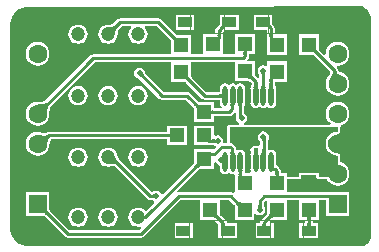
<source format=gtl>
G04*
G04 #@! TF.GenerationSoftware,Altium Limited,Altium Designer,22.0.2 (36)*
G04*
G04 Layer_Physical_Order=1*
G04 Layer_Color=255*
%FSTAX25Y25*%
%MOIN*%
G70*
G04*
G04 #@! TF.SameCoordinates,371D3646-10FE-40E0-BBDF-05722AEB6D60*
G04*
G04*
G04 #@! TF.FilePolarity,Positive*
G04*
G01*
G75*
%ADD10C,0.01000*%
%ADD24C,0.00197*%
%ADD25C,0.00004*%
%ADD26R,0.04724X0.03347*%
%ADD27R,0.05000X0.05118*%
%ADD28R,0.05118X0.05000*%
%ADD29O,0.01772X0.06496*%
%ADD30R,0.05000X0.07736*%
%ADD39R,0.06299X0.06299*%
%ADD40C,0.06299*%
%ADD41C,0.04724*%
%ADD42C,0.02000*%
%ADD43C,0.01700*%
G36*
X0425232Y0375029D02*
X0426065Y0374852D01*
X0426848Y0374516D01*
X0427549Y0374033D01*
X0428143Y0373424D01*
X0428607Y0372709D01*
X0428906Y0371961D01*
X0429Y03715D01*
X0429Y03715D01*
X0429Y03715D01*
X0429Y02985D01*
X0428915Y029807D01*
X042858Y0297259D01*
X0428094Y0296529D01*
X0427474Y0295908D01*
X0426745Y0295421D01*
X0425935Y0295085D01*
X0425074Y0294914D01*
X0424231Y0294914D01*
X0423767Y0295D01*
X0423767Y0295D01*
X0314906Y02955D01*
X0314324Y02955D01*
X0313183Y0295727D01*
X0312108Y0296172D01*
X0311141Y0296818D01*
X0310318Y0297641D01*
X0309672Y0298608D01*
X0309227Y0299683D01*
X0309Y0300824D01*
X0309Y0301405D01*
X0309Y0368335D01*
Y0368916D01*
X0309227Y0370057D01*
X0309672Y0371132D01*
X0310318Y0372099D01*
X0311141Y0372922D01*
X0312108Y0373568D01*
X0313183Y0374013D01*
X0314324Y037424D01*
X0314905Y037424D01*
X0314906Y037424D01*
X0423962Y0374962D01*
X0424381Y037504D01*
X0425232Y0375029D01*
D02*
G37*
%LPC*%
G36*
X0370182Y0371973D02*
X0363857D01*
Y0367027D01*
X0370182D01*
Y0371973D01*
D02*
G37*
G36*
X03315Y0368689D02*
X0330675Y0368581D01*
X0329905Y0368262D01*
X0329245Y0367755D01*
X0328738Y0367095D01*
X0328419Y0366325D01*
X032831Y03655D01*
X0328419Y0364674D01*
X0328738Y0363905D01*
X0329245Y0363245D01*
X0329905Y0362738D01*
X0330675Y0362419D01*
X03315Y0362311D01*
X0332326Y0362419D01*
X0333095Y0362738D01*
X0333755Y0363245D01*
X0334262Y0363905D01*
X0334581Y0364674D01*
X0334689Y03655D01*
X0334581Y0366325D01*
X0334262Y0367095D01*
X0333755Y0367755D01*
X0333095Y0368262D01*
X0332326Y0368581D01*
X03315Y0368689D01*
D02*
G37*
G36*
X0385143Y0371973D02*
X0378818D01*
Y0368954D01*
X037879Y0368913D01*
X0378561Y0368644D01*
X0377588Y0367671D01*
X03773Y0367241D01*
X03772Y0366734D01*
Y0365567D01*
X0373225D01*
X0373225Y0358849D01*
X0372735Y0358825D01*
X0369221D01*
Y0365221D01*
X0364487D01*
X0364455Y0365243D01*
X0364183Y0365475D01*
X0359221Y0370437D01*
X0358791Y0370725D01*
X0358283Y0370826D01*
X03455D01*
X0344993Y0370725D01*
X0344563Y0370437D01*
X0343127Y0369001D01*
X0343059Y0368954D01*
X0342956Y0368899D01*
X0342829Y0368846D01*
X0342676Y0368797D01*
X0342498Y0368754D01*
X0342304Y0368722D01*
X0341799Y0368681D01*
X0341584Y0368678D01*
X03415Y0368689D01*
X0340674Y0368581D01*
X0339905Y0368262D01*
X0339245Y0367755D01*
X0338738Y0367095D01*
X0338419Y0366325D01*
X0338311Y03655D01*
X0338419Y0364674D01*
X0338738Y0363905D01*
X0339245Y0363245D01*
X0339905Y0362738D01*
X0340674Y0362419D01*
X03415Y0362311D01*
X0342325Y0362419D01*
X0343095Y0362738D01*
X0343755Y0363245D01*
X0344262Y0363905D01*
X0344581Y0364674D01*
X0344689Y03655D01*
X034468Y0365573D01*
X0344696Y0366073D01*
X034472Y0366294D01*
X0344754Y0366498D01*
X0344797Y0366676D01*
X0344846Y0366829D01*
X0344899Y0366956D01*
X0344954Y0367059D01*
X0345001Y0367127D01*
X0346049Y0368175D01*
X0349047D01*
X0349183Y0367674D01*
X0348738Y0367095D01*
X0348419Y0366325D01*
X034831Y03655D01*
X0348419Y0364674D01*
X0348738Y0363905D01*
X0349245Y0363245D01*
X0349905Y0362738D01*
X0350675Y0362419D01*
X03515Y0362311D01*
X0352326Y0362419D01*
X0353095Y0362738D01*
X0353755Y0363245D01*
X0354262Y0363905D01*
X0354581Y0364674D01*
X035469Y03655D01*
X0354581Y0366325D01*
X0354262Y0367095D01*
X0353817Y0367674D01*
X0353953Y0368175D01*
X0357734D01*
X0362321Y0363588D01*
X0362474Y0363423D01*
X036258Y0363291D01*
X0362621Y0363232D01*
Y0358825D01*
X03365D01*
X0335993Y0358725D01*
X0335563Y0358437D01*
X032053Y0343404D01*
X0320525Y03434D01*
X0320412Y0343328D01*
X0320259Y0343253D01*
X0320063Y0343182D01*
X0319825Y0343117D01*
X0319546Y0343061D01*
X0319235Y0343018D01*
X0318463Y0342968D01*
X0318136Y0342966D01*
X0318Y0342984D01*
X0316969Y0342848D01*
X0316008Y034245D01*
X0315183Y0341817D01*
X031455Y0340992D01*
X0314152Y0340031D01*
X0314016Y0339D01*
X0314152Y0337969D01*
X031455Y0337008D01*
X0315183Y0336183D01*
X0316008Y033555D01*
X0316969Y0335152D01*
X0318Y0335016D01*
X0319031Y0335152D01*
X0319992Y033555D01*
X0320817Y0336183D01*
X032145Y0337008D01*
X0321848Y0337969D01*
X0321984Y0339D01*
X0321966Y0339136D01*
X0321968Y0339463D01*
X0322018Y0340235D01*
X0322061Y0340546D01*
X0322117Y0340825D01*
X0322182Y0341063D01*
X0322253Y0341259D01*
X0322328Y0341412D01*
X03224Y0341525D01*
X0322404Y034153D01*
X0337049Y0356174D01*
X0362621D01*
Y0349503D01*
X0366976D01*
X0366995Y03495D01*
X0367014Y0349503D01*
X0367291D01*
X0367339Y034947D01*
X0367607Y0349243D01*
X0372787Y0344063D01*
X0373217Y0343775D01*
X0373724Y0343674D01*
X0378722D01*
Y0342638D01*
X0378853Y034198D01*
X0379226Y0341422D01*
X0379371Y0341325D01*
X0379219Y0340826D01*
X0376859D01*
Y03428D01*
X0372386D01*
X0372367Y0342804D01*
X0372349Y03428D01*
X0372071D01*
X0372023Y0342834D01*
X0371755Y0343061D01*
X0368878Y0345937D01*
X0368448Y0346225D01*
X0367941Y0346325D01*
X0360049D01*
X0353846Y0352529D01*
X0353839Y0352537D01*
X0353824Y0352558D01*
X0353696Y0353202D01*
X0353298Y0353798D01*
X0352702Y0354196D01*
X0352Y0354335D01*
X0351298Y0354196D01*
X0350702Y0353798D01*
X0350304Y0353202D01*
X0350165Y03525D01*
X0350304Y0351798D01*
X0350702Y0351202D01*
X0351298Y0350804D01*
X0351941Y0350676D01*
X0351955Y0350667D01*
X035198Y0350645D01*
X0358563Y0344063D01*
X0358993Y0343775D01*
X03595Y0343674D01*
X0367392D01*
X0369839Y0341228D01*
X0369995Y0341059D01*
X0370101Y0340927D01*
X0370141Y0340869D01*
Y0340592D01*
X0370137Y0340574D01*
X0370141Y0340555D01*
Y03362D01*
X0376859D01*
Y0338175D01*
X0381914D01*
X0382421Y0338275D01*
X0382852Y0338563D01*
X0383734Y0339445D01*
X0383964Y0339408D01*
X0384233Y0339265D01*
Y0338212D01*
X0384247Y0338145D01*
X0384248Y0337917D01*
X0384165Y03375D01*
X0384304Y0336798D01*
X0384702Y0336202D01*
X0385281Y0335816D01*
X0385291Y033577D01*
X0385198Y0335316D01*
X0382D01*
X0381688Y0335254D01*
X0381423Y0335077D01*
X0381246Y0334812D01*
X0381184Y03345D01*
X0381184Y0329326D01*
X0380095D01*
X0379778Y0329712D01*
X0379835Y033D01*
X0379696Y0330702D01*
X0379298Y0331298D01*
X0378702Y0331696D01*
X0378Y0331835D01*
X0377359Y0331708D01*
X0377166Y0331766D01*
X0376859Y033193D01*
Y033505D01*
X0370141D01*
Y032845D01*
X0376034D01*
X0376053Y0328446D01*
X037607Y032845D01*
X0376859D01*
X0376859Y032845D01*
X0377265Y0328315D01*
X0377334Y0328208D01*
X037745Y0327824D01*
X0377218Y0327593D01*
X0376859Y03273D01*
Y03273D01*
X0376859Y03273D01*
X0370141D01*
Y0322945D01*
X0370137Y0322926D01*
X0370141Y0322908D01*
Y0322631D01*
X0370107Y0322582D01*
X0369881Y0322314D01*
X0359683Y0312117D01*
X0359142Y0312283D01*
X0358798Y0312798D01*
X0358202Y0313196D01*
X03575Y0313335D01*
X0356798Y0313196D01*
X0356252Y0312831D01*
X0356236Y0312828D01*
X0356202Y0312825D01*
X0356049D01*
X034531Y0323564D01*
X0345277Y0323609D01*
X0345112Y0323896D01*
X0345038Y032405D01*
X0344639Y0325108D01*
X0344588Y0325273D01*
X0344581Y0325325D01*
X0344542Y0325418D01*
X0344539Y0325428D01*
X0344539Y0325428D01*
X0344539Y0325429D01*
X0344535Y0325437D01*
X0344262Y0326095D01*
X0343755Y0326755D01*
X0343095Y0327262D01*
X0342325Y0327581D01*
X03415Y032769D01*
X0340674Y0327581D01*
X0339905Y0327262D01*
X0339245Y0326755D01*
X0338738Y0326095D01*
X0338419Y0325325D01*
X0338311Y03245D01*
X0338419Y0323675D01*
X0338738Y0322905D01*
X0339245Y0322245D01*
X0339905Y0321738D01*
X0340674Y0321419D01*
X03415Y032131D01*
X0342325Y0321419D01*
X0342445Y0321469D01*
X0342456Y032147D01*
X0342695Y0321539D01*
X0342887Y032158D01*
X0343056Y0321601D01*
X0343202Y0321606D01*
X0343326Y0321597D01*
X034343Y0321577D01*
X0343517Y0321548D01*
X0343594Y0321511D01*
X0343656Y032147D01*
X0354563Y0310563D01*
X0354993Y0310275D01*
X03555Y0310174D01*
X0356215D01*
X0356226Y0310173D01*
X0356252Y0310169D01*
X0356717Y0309858D01*
X0356883Y0309316D01*
X0354269Y0306703D01*
X035377Y0306736D01*
X0353755Y0306755D01*
X0353095Y0307262D01*
X0352326Y0307581D01*
X03515Y0307689D01*
X0350675Y0307581D01*
X0349905Y0307262D01*
X0349245Y0306755D01*
X0348738Y0306095D01*
X0348419Y0305326D01*
X034831Y03045D01*
X0348419Y0303675D01*
X0348738Y0302905D01*
X0349245Y0302245D01*
X0349905Y0301738D01*
X0350675Y0301419D01*
X03515Y030131D01*
X0352326Y0301419D01*
X0352346Y0301428D01*
X0352629Y0301004D01*
X0351951Y0300325D01*
X0328549D01*
X0322252Y0306623D01*
X0322095Y0306791D01*
X0321989Y0306923D01*
X032195Y0306981D01*
Y0307258D01*
X0321953Y0307277D01*
X032195Y0307295D01*
Y031295D01*
X031405D01*
Y030505D01*
X0319705D01*
X0319723Y0305047D01*
X0319742Y030505D01*
X0320019D01*
X0320067Y0305017D01*
X0320336Y030479D01*
X0327063Y0298063D01*
X0327493Y0297775D01*
X0328Y0297674D01*
X03525D01*
X0353007Y0297775D01*
X0353437Y0298063D01*
X0365549Y0310174D01*
X0372221D01*
Y0303492D01*
X0376894D01*
X0376935Y0303464D01*
X0377204Y0303235D01*
X0378318Y0302121D01*
Y030168D01*
X0378314Y0301661D01*
X0378318Y0301643D01*
Y0297527D01*
X0384643D01*
Y0302473D01*
X0381144D01*
Y0302495D01*
X0381043Y0303002D01*
X0380756Y0303432D01*
X0379119Y0305069D01*
X0378964Y0305236D01*
X0378856Y030537D01*
X0378821Y0305419D01*
Y0310174D01*
X0381951D01*
X03834Y0308726D01*
X0383553Y0308561D01*
X0383659Y0308429D01*
X03837Y030837D01*
Y0303641D01*
X03903D01*
Y0305416D01*
X0390449Y0305522D01*
X03908Y0305637D01*
X0391298Y0305304D01*
X0392Y0305165D01*
X0392702Y0305304D01*
X0393298Y0305702D01*
X0393696Y0306298D01*
X0393835Y0307D01*
X0393696Y0307702D01*
X0393331Y0308248D01*
X0393328Y0308264D01*
X0393325Y0308298D01*
Y0309451D01*
X0393891Y0310016D01*
X0394391Y0309809D01*
Y0305913D01*
X0394388Y0305901D01*
X0394391Y0305882D01*
Y0305574D01*
X0394351Y0305516D01*
X0394127Y0305252D01*
X0392563Y0303687D01*
X0392275Y0303257D01*
X0392175Y030275D01*
Y0302473D01*
X0390338D01*
Y0297527D01*
X0396662D01*
Y0302473D01*
X0395751D01*
X039556Y0302935D01*
X0395906Y0303282D01*
X0396078Y0303442D01*
X0396212Y0303549D01*
X0396259Y0303582D01*
X0396512D01*
X0396524Y0303579D01*
X0396543Y0303582D01*
X0400991D01*
Y0310174D01*
X0405079D01*
Y0303683D01*
X0407135D01*
Y0302473D01*
X0405298D01*
Y0297527D01*
X0411623D01*
Y0302473D01*
X0409786D01*
Y0303683D01*
X0411679D01*
Y0310174D01*
X041405D01*
Y030505D01*
X042195D01*
Y031295D01*
X0414876D01*
X0414856Y0312953D01*
X0414848Y0312952D01*
X041484Y0312953D01*
X0414825Y031295D01*
X041405D01*
Y0312825D01*
X0400991D01*
Y0317184D01*
X0405079D01*
X0405391Y0317246D01*
X0405656Y0317423D01*
X0405832Y0317688D01*
X0405895Y0318D01*
Y0318585D01*
X0410863D01*
Y0318D01*
X0410925Y0317688D01*
X0411102Y0317423D01*
X0411367Y0317246D01*
X0411679Y0317184D01*
X0414477D01*
X041455Y0317008D01*
X0415183Y0316183D01*
X0416008Y031555D01*
X0416969Y0315152D01*
X0418Y0315016D01*
X0419031Y0315152D01*
X0419992Y031555D01*
X0420817Y0316183D01*
X042145Y0317008D01*
X0421848Y0317969D01*
X0421984Y0319D01*
X0421848Y0320031D01*
X042145Y0320992D01*
X0420817Y0321817D01*
X0419992Y032245D01*
X0419031Y0322848D01*
X0418816Y0322876D01*
Y0325016D01*
X0418795Y0325121D01*
X0418788Y0325227D01*
X0418764Y0325276D01*
X0418754Y0325328D01*
X0418694Y0325417D01*
X0418647Y0325513D01*
X0418607Y0325548D01*
X0418577Y0325593D01*
X0418488Y0325652D01*
X0418408Y0325723D01*
X0418357Y032574D01*
X0418312Y032577D01*
X0418208Y0325791D01*
X0418107Y0325825D01*
X0417182Y0325947D01*
X041642Y0326262D01*
X0415765Y0326765D01*
X0415263Y0327419D01*
X0414947Y0328182D01*
X0414839Y0329D01*
X0414947Y0329818D01*
X0415263Y033058D01*
X0415765Y0331235D01*
X041642Y0331737D01*
X0417182Y0332053D01*
X0418107Y0332175D01*
X0418208Y0332209D01*
X0418312Y033223D01*
X0418336Y0332246D01*
X0418365Y0332254D01*
X0418384Y0332269D01*
X0418408Y0332277D01*
X0418488Y0332348D01*
X0418577Y0332407D01*
X0418593Y0332431D01*
X0418616Y0332449D01*
X0418629Y0332471D01*
X0418647Y0332487D01*
X0418694Y0332583D01*
X0418754Y0332671D01*
X0418759Y03327D01*
X0418774Y0332726D01*
X0418777Y033275D01*
X0418788Y0332773D01*
X0418795Y0332879D01*
X0418816Y0332984D01*
Y03345D01*
X0418792Y0334616D01*
X0418991Y0335061D01*
X0419107Y0335183D01*
X0419992Y033555D01*
X0420817Y0336183D01*
X042145Y0337008D01*
X0421848Y0337969D01*
X0421984Y0339D01*
X0421848Y0340031D01*
X042145Y0340992D01*
X0420817Y0341817D01*
X0419992Y034245D01*
X0419031Y0342848D01*
X0418Y0342984D01*
X0416969Y0342848D01*
X0416008Y034245D01*
X0415183Y0341817D01*
X041455Y0340992D01*
X0414152Y0340031D01*
X0414016Y0339D01*
X0414152Y0337969D01*
X041455Y0337008D01*
X0415183Y0336183D01*
X0415662Y0335816D01*
X0415492Y0335316D01*
X04105Y0335316D01*
X04065D01*
X0386802Y0335316D01*
X0386709Y033577D01*
X0386719Y0335816D01*
X0387298Y0336202D01*
X0387696Y0336798D01*
X0387835Y03375D01*
X0387696Y0338202D01*
X0387298Y0338798D01*
X0386884Y0339074D01*
Y0341145D01*
X0386899Y0341326D01*
X0386914Y0341426D01*
X0386934Y0341524D01*
X0386957Y034161D01*
X0386982Y0341684D01*
X0387008Y0341747D01*
X0387034Y03418D01*
X0387079Y0341873D01*
X0387083Y0341884D01*
X0387147Y034198D01*
X0387181Y0342154D01*
X0387188Y0342172D01*
X0387188Y0342184D01*
X0387278Y0342638D01*
Y0347362D01*
X0387147Y034802D01*
X0386774Y0348578D01*
X0386217Y034895D01*
X0385559Y0349081D01*
X0384901Y034895D01*
X0384671Y0348796D01*
X0384279Y0348608D01*
X0383888Y0348796D01*
X0383658Y034895D01*
X0383Y0349081D01*
X0382342Y034895D01*
X0382112Y0348796D01*
X038172Y0348608D01*
X0381329Y0348796D01*
X0381099Y034895D01*
X0380441Y0349081D01*
X0379783Y034895D01*
X0379226Y0348578D01*
X0378853Y034802D01*
X0378722Y0347362D01*
Y0346325D01*
X0374273D01*
X0369524Y0351075D01*
X0369367Y0351244D01*
X0369261Y0351376D01*
X0369221Y0351434D01*
Y0351711D01*
X0369225Y0351729D01*
X0369221Y0351748D01*
Y0356174D01*
X038385D01*
Y0349849D01*
X0388298D01*
X0388317Y0349846D01*
X0388329Y0349849D01*
X0388581D01*
X038862Y0349822D01*
X0388892Y0349591D01*
X0389352Y0349132D01*
Y0348855D01*
X0389337Y0348674D01*
X0389322Y0348574D01*
X0389302Y0348476D01*
X0389279Y034839D01*
X0389254Y0348316D01*
X0389228Y0348253D01*
X0389202Y03482D01*
X0389157Y0348127D01*
X0389153Y0348116D01*
X0389089Y034802D01*
X0389055Y0347847D01*
X0389048Y0347829D01*
X0389049Y0347816D01*
X0388958Y0347362D01*
Y0342638D01*
X0389089Y034198D01*
X0389462Y0341422D01*
X0390019Y034105D01*
X0390677Y0340919D01*
X0391335Y034105D01*
X0391893Y0341422D01*
X0392021D01*
X0392578Y034105D01*
X0393236Y0340919D01*
X0393894Y034105D01*
X0394452Y0341422D01*
X039458D01*
X0395137Y034105D01*
X0395795Y0340919D01*
X0396453Y034105D01*
X0397011Y0341422D01*
X0397383Y034198D01*
X0397514Y0342638D01*
Y0347362D01*
X0397424Y0347816D01*
X0397424Y0347829D01*
X0397418Y0347847D01*
X0397383Y034802D01*
X0397319Y0348116D01*
X0397315Y0348127D01*
X0397271Y03482D01*
X0397244Y0348253D01*
X0397218Y0348316D01*
X0397193Y034839D01*
X039717Y0348476D01*
X039715Y0348574D01*
X0397135Y0348674D01*
X0397121Y0348855D01*
Y03497D01*
X0401054D01*
Y0356418D01*
X0394454D01*
Y0355158D01*
X0394013Y0354923D01*
X0393899Y0354999D01*
X0393197Y0355138D01*
X0392495Y0354999D01*
X0391899Y0354601D01*
X0391501Y0354005D01*
X0391362Y0353303D01*
X0391501Y0352601D01*
X0391888Y0352022D01*
X0391891Y035199D01*
Y0351048D01*
X0391391Y0350841D01*
X0390755Y0351477D01*
X0390601Y0351644D01*
X0390497Y0351774D01*
X039045Y0351841D01*
Y0352149D01*
X0390453Y0352168D01*
X039045Y035218D01*
Y0356567D01*
X0388159D01*
X0387967Y0357029D01*
X0388087Y0357149D01*
X0388375Y0357578D01*
X0388475Y0358086D01*
Y0358849D01*
X039045D01*
Y0365567D01*
X038385D01*
Y0358849D01*
X038336Y0358825D01*
X0380315D01*
X0379825Y0358849D01*
X0379825Y0359326D01*
Y036408D01*
X0379851Y0364208D01*
Y0366184D01*
X0380395Y0366729D01*
X0380562Y0366884D01*
X0380696Y0366992D01*
X0380745Y0367027D01*
X0385143D01*
Y0371973D01*
D02*
G37*
G36*
X0396182D02*
X0389857D01*
Y0367027D01*
X039428D01*
X0394428Y036689D01*
Y0364059D01*
X0394454Y0363931D01*
Y03587D01*
X0401054D01*
Y0365418D01*
X0397079D01*
Y0367455D01*
X0396978Y0367962D01*
X0396691Y0368392D01*
X0396182Y0368901D01*
Y0371973D01*
D02*
G37*
G36*
X0411679Y0365418D02*
X0405079D01*
Y03587D01*
X0409434D01*
X0409453Y0358696D01*
X0409471Y03587D01*
X0409748D01*
X0409797Y0358666D01*
X0410065Y0358439D01*
X041562Y0352884D01*
X0415607Y0352815D01*
X0415559Y0352629D01*
X0415496Y0352446D01*
X0415419Y0352263D01*
X0415326Y0352081D01*
X0415217Y0351899D01*
X0415092Y0351716D01*
X0414935Y0351515D01*
X0414903Y0351451D01*
X041455Y0350992D01*
X0414152Y0350031D01*
X0414016Y0349D01*
X0414152Y0347969D01*
X041455Y0347008D01*
X0415183Y0346183D01*
X0416008Y034555D01*
X0416969Y0345152D01*
X0418Y0345016D01*
X0419031Y0345152D01*
X0419992Y034555D01*
X0420817Y0346183D01*
X042145Y0347008D01*
X0421848Y0347969D01*
X0421984Y0349D01*
X0421848Y0350031D01*
X042145Y0350992D01*
X0420817Y0351817D01*
X0419992Y035245D01*
X0419031Y0352848D01*
X0418873Y0352869D01*
X0418716Y0352911D01*
X0418591Y0352959D01*
X0418499Y0353006D01*
X0418434Y0353051D01*
X0418392Y035309D01*
X0418364Y0353127D01*
X0418342Y0353167D01*
X0418324Y035322D01*
X0418312Y0353281D01*
Y0353393D01*
X0418211Y03539D01*
X0417923Y035433D01*
X0417671Y0354582D01*
X0417892Y035503D01*
X0418Y0355016D01*
X0419031Y0355152D01*
X0419992Y035555D01*
X0420817Y0356183D01*
X042145Y0357008D01*
X0421848Y0357969D01*
X0421984Y0359D01*
X0421848Y0360031D01*
X042145Y0360992D01*
X0420817Y0361817D01*
X0419992Y036245D01*
X0419031Y0362848D01*
X0418Y0362984D01*
X0416969Y0362848D01*
X0416008Y036245D01*
X0415183Y0361817D01*
X041455Y0360992D01*
X0414152Y0360031D01*
X0414016Y0359D01*
X0414031Y0358892D01*
X0413582Y0358671D01*
X0411981Y0360272D01*
X0411824Y0360441D01*
X0411719Y0360573D01*
X0411679Y036063D01*
Y0360908D01*
X0411683Y0360926D01*
X0411679Y0360945D01*
Y0365418D01*
D02*
G37*
G36*
X0318Y0362984D02*
X0316969Y0362848D01*
X0316008Y036245D01*
X0315183Y0361817D01*
X031455Y0360992D01*
X0314152Y0360031D01*
X0314016Y0359D01*
X0314152Y0357969D01*
X031455Y0357008D01*
X0315183Y0356183D01*
X0316008Y035555D01*
X0316969Y0355152D01*
X0318Y0355016D01*
X0319031Y0355152D01*
X0319992Y035555D01*
X0320817Y0356183D01*
X032145Y0357008D01*
X0321848Y0357969D01*
X0321984Y0359D01*
X0321848Y0360031D01*
X032145Y0360992D01*
X0320817Y0361817D01*
X0319992Y036245D01*
X0319031Y0362848D01*
X0318Y0362984D01*
D02*
G37*
G36*
X03515Y0348189D02*
X0350675Y0348081D01*
X0349905Y0347762D01*
X0349245Y0347255D01*
X0348738Y0346595D01*
X0348419Y0345826D01*
X034831Y0345D01*
X0348419Y0344175D01*
X0348738Y0343405D01*
X0349245Y0342745D01*
X0349905Y0342238D01*
X0350675Y0341919D01*
X03515Y034181D01*
X0352326Y0341919D01*
X0353095Y0342238D01*
X0353755Y0342745D01*
X0354262Y0343405D01*
X0354581Y0344175D01*
X035469Y0345D01*
X0354581Y0345826D01*
X0354262Y0346595D01*
X0353755Y0347255D01*
X0353095Y0347762D01*
X0352326Y0348081D01*
X03515Y0348189D01*
D02*
G37*
G36*
X03415D02*
X0340674Y0348081D01*
X0339905Y0347762D01*
X0339245Y0347255D01*
X0338738Y0346595D01*
X0338419Y0345826D01*
X0338311Y0345D01*
X0338419Y0344175D01*
X0338738Y0343405D01*
X0339245Y0342745D01*
X0339905Y0342238D01*
X0340674Y0341919D01*
X03415Y034181D01*
X0342325Y0341919D01*
X0343095Y0342238D01*
X0343755Y0342745D01*
X0344262Y0343405D01*
X0344581Y0344175D01*
X0344689Y0345D01*
X0344581Y0345826D01*
X0344262Y0346595D01*
X0343755Y0347255D01*
X0343095Y0347762D01*
X0342325Y0348081D01*
X03415Y0348189D01*
D02*
G37*
G36*
X03315D02*
X0330675Y0348081D01*
X0329905Y0347762D01*
X0329245Y0347255D01*
X0328738Y0346595D01*
X0328419Y0345826D01*
X032831Y0345D01*
X0328419Y0344175D01*
X0328738Y0343405D01*
X0329245Y0342745D01*
X0329905Y0342238D01*
X0330675Y0341919D01*
X03315Y034181D01*
X0332326Y0341919D01*
X0333095Y0342238D01*
X0333755Y0342745D01*
X0334262Y0343405D01*
X0334581Y0344175D01*
X0334689Y0345D01*
X0334581Y0345826D01*
X0334262Y0346595D01*
X0333755Y0347255D01*
X0333095Y0347762D01*
X0332326Y0348081D01*
X03315Y0348189D01*
D02*
G37*
G36*
X0367859Y033505D02*
X0361141D01*
Y0333075D01*
X0321826D01*
X0321318Y0332975D01*
X0320888Y0332687D01*
X0320806Y0332605D01*
X0320724Y0332551D01*
X0320637Y033251D01*
X0320542Y0332481D01*
X0320432Y0332464D01*
X0320301Y0332461D01*
X0320146Y0332475D01*
X0319967Y033251D01*
X0319763Y033257D01*
X0319511Y0332666D01*
X0319462Y0332674D01*
X0319418Y0332695D01*
X0319398Y0332696D01*
X0319031Y0332848D01*
X0318Y0332984D01*
X0316969Y0332848D01*
X0316008Y033245D01*
X0315183Y0331817D01*
X031455Y0330992D01*
X0314152Y0330031D01*
X0314016Y0329D01*
X0314152Y0327969D01*
X031455Y0327008D01*
X0315183Y0326183D01*
X0316008Y032555D01*
X0316969Y0325152D01*
X0318Y0325016D01*
X0319031Y0325152D01*
X0319992Y032555D01*
X0320817Y0326183D01*
X032145Y0327008D01*
X0321848Y0327969D01*
X0321918Y0328498D01*
X0321929Y0328521D01*
X0321931Y0328575D01*
X0321948Y0328626D01*
X0321985Y0328957D01*
X0322032Y0329248D01*
X0322091Y0329517D01*
X032216Y0329765D01*
X0322239Y032999D01*
X0322327Y0330194D01*
X0322423Y0330378D01*
X0322452Y0330424D01*
X0361141D01*
Y032845D01*
X0367859D01*
Y033505D01*
D02*
G37*
G36*
X03515Y032769D02*
X0350675Y0327581D01*
X0349905Y0327262D01*
X0349245Y0326755D01*
X0348738Y0326095D01*
X0348419Y0325325D01*
X034831Y03245D01*
X0348419Y0323675D01*
X0348738Y0322905D01*
X0349245Y0322245D01*
X0349905Y0321738D01*
X0350675Y0321419D01*
X03515Y032131D01*
X0352326Y0321419D01*
X0353095Y0321738D01*
X0353755Y0322245D01*
X0354262Y0322905D01*
X0354581Y0323675D01*
X035469Y03245D01*
X0354581Y0325325D01*
X0354262Y0326095D01*
X0353755Y0326755D01*
X0353095Y0327262D01*
X0352326Y0327581D01*
X03515Y032769D01*
D02*
G37*
G36*
X03315D02*
X0330675Y0327581D01*
X0329905Y0327262D01*
X0329245Y0326755D01*
X0328738Y0326095D01*
X0328419Y0325325D01*
X032831Y03245D01*
X0328419Y0323675D01*
X0328738Y0322905D01*
X0329245Y0322245D01*
X0329905Y0321738D01*
X0330675Y0321419D01*
X03315Y032131D01*
X0332326Y0321419D01*
X0333095Y0321738D01*
X0333755Y0322245D01*
X0334262Y0322905D01*
X0334581Y0323675D01*
X0334689Y03245D01*
X0334581Y0325325D01*
X0334262Y0326095D01*
X0333755Y0326755D01*
X0333095Y0327262D01*
X0332326Y0327581D01*
X03315Y032769D01*
D02*
G37*
G36*
X03415Y0307689D02*
X0340674Y0307581D01*
X0339905Y0307262D01*
X0339245Y0306755D01*
X0338738Y0306095D01*
X0338419Y0305326D01*
X0338311Y03045D01*
X0338419Y0303675D01*
X0338738Y0302905D01*
X0339245Y0302245D01*
X0339905Y0301738D01*
X0340674Y0301419D01*
X03415Y030131D01*
X0342325Y0301419D01*
X0343095Y0301738D01*
X0343755Y0302245D01*
X0344262Y0302905D01*
X0344581Y0303675D01*
X0344689Y03045D01*
X0344581Y0305326D01*
X0344262Y0306095D01*
X0343755Y0306755D01*
X0343095Y0307262D01*
X0342325Y0307581D01*
X03415Y0307689D01*
D02*
G37*
G36*
X03315D02*
X0330675Y0307581D01*
X0329905Y0307262D01*
X0329245Y0306755D01*
X0328738Y0306095D01*
X0328419Y0305326D01*
X032831Y03045D01*
X0328419Y0303675D01*
X0328738Y0302905D01*
X0329245Y0302245D01*
X0329905Y0301738D01*
X0330675Y0301419D01*
X03315Y030131D01*
X0332326Y0301419D01*
X0333095Y0301738D01*
X0333755Y0302245D01*
X0334262Y0302905D01*
X0334581Y0303675D01*
X0334689Y03045D01*
X0334581Y0305326D01*
X0334262Y0306095D01*
X0333755Y0306755D01*
X0333095Y0307262D01*
X0332326Y0307581D01*
X03315Y0307689D01*
D02*
G37*
G36*
X0369682Y0302473D02*
X0363357D01*
Y0297527D01*
X0369682D01*
Y0302473D01*
D02*
G37*
%LPD*%
G36*
X0381044Y0367851D02*
X0380968Y0367906D01*
X0380877Y0367933D01*
X0380771Y0367932D01*
X0380651Y0367902D01*
X0380517Y0367845D01*
X0380368Y0367759D01*
X0380205Y0367644D01*
X0380028Y0367502D01*
X037963Y0367132D01*
X0378923Y0367839D01*
X0379122Y0368045D01*
X0379436Y0368414D01*
X037955Y0368577D01*
X0379636Y0368726D01*
X0379694Y036886D01*
X0379724Y036898D01*
X0379725Y0369085D01*
X0379698Y0369176D01*
X0379642Y0369253D01*
X0381044Y0367851D01*
D02*
G37*
G36*
X0344488Y0367781D02*
X0344366Y0367643D01*
X0344258Y0367485D01*
X0344162Y0367308D01*
X034408Y0367112D01*
X0344011Y0366896D01*
X0343954Y036666D01*
X0343912Y0366405D01*
X0343882Y0366131D01*
X0343862Y0365524D01*
X0341524Y0367862D01*
X0341837Y0367865D01*
X0342405Y0367912D01*
X034266Y0367954D01*
X0342896Y0368011D01*
X0343112Y036808D01*
X0343308Y0368162D01*
X0343485Y0368258D01*
X0343643Y0368366D01*
X0343781Y0368488D01*
X0344488Y0367781D01*
D02*
G37*
G36*
X0379013Y0364755D02*
X0377525Y0364743D01*
X037762Y0364754D01*
X0377705Y0364785D01*
X037778Y0364836D01*
X0377845Y0364907D01*
X03779Y0364998D01*
X0377945Y0365109D01*
X037798Y036524D01*
X0378005Y0365392D01*
X037802Y0365563D01*
X0378025Y0365755D01*
X0379025D01*
X0379013Y0364755D01*
D02*
G37*
G36*
X0363583Y0364915D02*
X0363955Y0364598D01*
X0364119Y0364482D01*
X0364268Y0364396D01*
X0364402Y0364338D01*
X0364521Y036431D01*
X0364625Y036431D01*
X0364714Y0364339D01*
X0364788Y0364397D01*
X0363445Y0362936D01*
X0363498Y0363015D01*
X0363523Y0363108D01*
X036352Y0363215D01*
X036349Y0363336D01*
X0363432Y0363471D01*
X0363346Y0363619D01*
X0363233Y0363781D01*
X0363091Y0363957D01*
X0362726Y036435D01*
X0363374Y0365116D01*
X0363583Y0364915D01*
D02*
G37*
G36*
X0377851Y0362827D02*
X0377777Y0362749D01*
X0377654Y03626D01*
X0377605Y0362529D01*
X0377566Y036246D01*
X0377534Y0362393D01*
X0377512Y0362329D01*
X0377498Y0362266D01*
X0377492Y0362205D01*
X0377495Y0362147D01*
X0376394Y0363011D01*
X0376447Y0363021D01*
X0376502Y0363037D01*
X037656Y0363061D01*
X0376621Y0363093D01*
X0376685Y0363131D01*
X0376751Y0363177D01*
X0376892Y0363291D01*
X0376967Y0363359D01*
X0377045Y0363435D01*
X0377851Y0362827D01*
D02*
G37*
G36*
X0388055Y0359663D02*
X038797Y0359632D01*
X0387895Y0359582D01*
X038783Y0359511D01*
X0387775Y035942D01*
X038773Y0359308D01*
X0387695Y0359177D01*
X038767Y0359025D01*
X0387655Y0358853D01*
X038765Y0358661D01*
X038665D01*
X0386645Y0358853D01*
X038663Y0359025D01*
X0386605Y0359177D01*
X038657Y0359308D01*
X0386525Y035942D01*
X038647Y0359511D01*
X0386405Y0359582D01*
X038633Y0359632D01*
X0386245Y0359663D01*
X038615Y0359673D01*
X038815D01*
X0388055Y0359663D01*
D02*
G37*
G36*
X0393874Y035256D02*
X0393841Y0352509D01*
X0393812Y0352452D01*
X0393787Y0352387D01*
X0393765Y0352315D01*
X0393748Y0352236D01*
X0393734Y035215D01*
X0393724Y0352057D01*
X0393717Y0351849D01*
X0392717Y0351826D01*
X0392715Y0351934D01*
X0392698Y0352127D01*
X0392684Y0352213D01*
X0392665Y0352291D01*
X0392643Y0352362D01*
X0392616Y0352427D01*
X0392585Y0352483D01*
X039255Y0352533D01*
X0392511Y0352575D01*
X0393911Y0352603D01*
X0393874Y035256D01*
D02*
G37*
G36*
X0397703Y0351996D02*
X0397645Y0351996D01*
X0397585Y0351987D01*
X0397522Y0351971D01*
X0397458Y0351946D01*
X0397391Y0351913D01*
X0397322Y0351871D01*
X0397251Y0351822D01*
X0397178Y0351764D01*
X0397025Y0351623D01*
X0396369Y0352381D01*
X0396444Y0352458D01*
X0396571Y0352606D01*
X0396623Y0352676D01*
X0396667Y0352744D01*
X0396704Y0352809D01*
X0396734Y0352871D01*
X0396756Y0352932D01*
X039677Y0352989D01*
X0396776Y0353045D01*
X0397703Y0351996D01*
D02*
G37*
G36*
X0366921Y0352753D02*
X036693Y0352693D01*
X0366948Y035263D01*
X0366973Y0352566D01*
X0367007Y0352499D01*
X0367049Y035243D01*
X0367099Y0352359D01*
X0367157Y0352286D01*
X0367298Y0352133D01*
X0366557Y0351461D01*
X0366479Y0351535D01*
X0366331Y0351662D01*
X0366261Y0351714D01*
X0366193Y0351758D01*
X0366128Y0351794D01*
X0366065Y0351823D01*
X0366004Y0351844D01*
X0365945Y0351857D01*
X0365889Y0351863D01*
X036692Y0352811D01*
X0366921Y0352753D01*
D02*
G37*
G36*
X0353003Y0352433D02*
X0353015Y0352374D01*
X0353034Y0352312D01*
X0353061Y0352248D01*
X0353096Y0352182D01*
X0353139Y0352113D01*
X035319Y0352043D01*
X0353249Y035197D01*
X035339Y0351817D01*
X0352683Y035111D01*
X0352606Y0351185D01*
X0352457Y035131D01*
X0352387Y0351361D01*
X0352318Y0351404D01*
X0352252Y0351439D01*
X0352188Y0351466D01*
X0352127Y0351485D01*
X0352067Y0351497D01*
X035201Y03515D01*
X0353Y035249D01*
X0353003Y0352433D01*
D02*
G37*
G36*
X0389584Y0352054D02*
X0389558Y035196D01*
X0389559Y0351852D01*
X0389588Y0351731D01*
X0389645Y0351596D01*
X038973Y0351448D01*
X0389842Y0351286D01*
X0389982Y0351111D01*
X0390345Y035072D01*
X0389697Y0349954D01*
X0389489Y0350154D01*
X0389118Y0350469D01*
X0388955Y0350583D01*
X0388806Y0350668D01*
X0388672Y0350724D01*
X0388552Y0350752D01*
X0388448Y035075D01*
X0388358Y035072D01*
X0388283Y0350661D01*
X0389638Y0352134D01*
X0389584Y0352054D01*
D02*
G37*
G36*
X0368353Y0351652D02*
X0368324Y035156D01*
Y0351454D01*
X0368353Y0351333D01*
X0368409Y0351199D01*
X0368494Y0351051D01*
X0368607Y0350888D01*
X0368749Y0350711D01*
X0369116Y0350315D01*
X0368409Y0349608D01*
X0368204Y0349806D01*
X0367836Y0350117D01*
X0367674Y035023D01*
X0367525Y0350315D01*
X0367391Y0350372D01*
X0367271Y03504D01*
X0367165D01*
X0367073Y0350372D01*
X0366995Y0350315D01*
X0368409Y0351729D01*
X0368353Y0351652D01*
D02*
G37*
G36*
X03967Y0350513D02*
X0396615Y0350482D01*
X039654Y0350431D01*
X0396475Y035036D01*
X039642Y0350269D01*
X0396375Y0350158D01*
X039634Y0350026D01*
X0396315Y0349875D01*
X03963Y0349704D01*
X0396295Y0349512D01*
X0395295D01*
X0395266Y0350512D01*
X0396795Y0350524D01*
X03967Y0350513D01*
D02*
G37*
G36*
X0396298Y0348905D02*
X0396324Y0348581D01*
X0396347Y0348431D01*
X0396376Y0348289D01*
X0396411Y0348155D01*
X0396453Y034803D01*
X0396502Y0347913D01*
X0396557Y0347804D01*
X0396618Y0347703D01*
X0394972D01*
X0395034Y0347804D01*
X0395088Y0347913D01*
X0395137Y034803D01*
X0395179Y0348155D01*
X0395214Y0348289D01*
X0395244Y0348431D01*
X0395266Y0348581D01*
X0395292Y0348905D01*
X0395295Y0349079D01*
X0396295D01*
X0396298Y0348905D01*
D02*
G37*
G36*
X039372Y0348921D02*
X0393747Y0348599D01*
X0393771Y0348449D01*
X0393802Y0348307D01*
X039384Y0348172D01*
X0393884Y0348044D01*
X0393936Y0347923D01*
X0393994Y0347809D01*
X0394059Y0347703D01*
X0392413D01*
X0392471Y0347798D01*
X0392522Y0347903D01*
X0392568Y0348017D01*
X0392607Y0348139D01*
X0392641Y0348271D01*
X0392668Y0348412D01*
X0392704Y0348721D01*
X0392713Y0348889D01*
X0392717Y0349066D01*
X0393717Y0349092D01*
X039372Y0348921D01*
D02*
G37*
G36*
X039118Y0348905D02*
X0391206Y0348581D01*
X0391229Y0348431D01*
X0391258Y0348289D01*
X0391294Y0348155D01*
X0391336Y034803D01*
X0391384Y0347913D01*
X0391439Y0347804D01*
X03915Y0347703D01*
X0389854D01*
X0389915Y0347804D01*
X038997Y0347913D01*
X0390019Y034803D01*
X0390061Y0348155D01*
X0390096Y0348289D01*
X0390125Y0348431D01*
X0390148Y0348581D01*
X0390174Y0348905D01*
X0390177Y0349079D01*
X0391177D01*
X039118Y0348905D01*
D02*
G37*
G36*
X0379562Y0344D02*
X0379552Y0344095D01*
X0379522Y034418D01*
X0379471Y0344255D01*
X03794Y034432D01*
X0379309Y0344375D01*
X0379198Y034442D01*
X0379066Y0344455D01*
X0378914Y034448D01*
X0378742Y0344495D01*
X037855Y03445D01*
Y03455D01*
X0378742Y0345505D01*
X0378914Y034552D01*
X0379066Y0345545D01*
X0379198Y034558D01*
X0379309Y0345625D01*
X03794Y034568D01*
X0379471Y0345745D01*
X0379522Y034582D01*
X0379552Y0345905D01*
X0379562Y0346D01*
Y0344D01*
D02*
G37*
G36*
X0386321Y0342196D02*
X0386266Y0342087D01*
X0386217Y034197D01*
X0386175Y0341845D01*
X038614Y0341711D01*
X0386111Y0341569D01*
X0386088Y034142D01*
X0386062Y0341095D01*
X0386059Y0340921D01*
X0385059D01*
X0385056Y0341095D01*
X038503Y034142D01*
X0385007Y0341569D01*
X0384978Y0341711D01*
X0384943Y0341845D01*
X0384901Y034197D01*
X0384852Y0342087D01*
X0384797Y0342196D01*
X0384736Y0342297D01*
X0386382D01*
X0386321Y0342196D01*
D02*
G37*
G36*
X0383734Y0342155D02*
X0383654Y0342012D01*
X0383583Y0341868D01*
X0383522Y0341723D01*
X038347Y0341576D01*
X0383428Y0341428D01*
X0383395Y0341278D01*
X0383371Y0341128D01*
X0383357Y0340976D01*
X0383352Y0340822D01*
X0382352Y0341034D01*
X0382351Y0341227D01*
X0382309Y034185D01*
X0382289Y0341969D01*
X0382266Y0342073D01*
X038224Y0342162D01*
X038221Y0342237D01*
X0382177Y0342297D01*
X0383823D01*
X0383734Y0342155D01*
D02*
G37*
G36*
X0371158Y0342497D02*
X0371526Y0342186D01*
X0371688Y0342073D01*
X0371837Y0341988D01*
X0371971Y0341931D01*
X0372091Y0341903D01*
X0372197D01*
X0372289Y0341931D01*
X0372367Y0341988D01*
X0370953Y0340574D01*
X0371009Y0340652D01*
X0371038Y0340743D01*
Y034085D01*
X0371009Y034097D01*
X0370953Y0341104D01*
X0370868Y0341253D01*
X0370755Y0341415D01*
X0370614Y0341592D01*
X0370246Y0341988D01*
X0370953Y0342695D01*
X0371158Y0342497D01*
D02*
G37*
G36*
X0321889Y0342182D02*
X0321744Y0342013D01*
X0321615Y0341811D01*
X0321502Y0341578D01*
X0321404Y0341311D01*
X0321322Y0341013D01*
X0321256Y0340681D01*
X0321206Y0340318D01*
X0321152Y0339493D01*
X0321149Y0339032D01*
X0318032Y0342149D01*
X0318493Y0342153D01*
X0319318Y0342206D01*
X0319681Y0342256D01*
X0320012Y0342322D01*
X0320311Y0342404D01*
X0320578Y0342502D01*
X0320811Y0342615D01*
X0321013Y0342744D01*
X0321182Y0342889D01*
X0321889Y0342182D01*
D02*
G37*
G36*
X0376045Y0340405D02*
X0376076Y034032D01*
X0376126Y0340245D01*
X0376197Y034018D01*
X0376288Y0340125D01*
X0376399Y034008D01*
X0376531Y0340045D01*
X0376683Y034002D01*
X0376855Y0340005D01*
X0377047Y034D01*
Y0339D01*
X0376855Y0338995D01*
X0376683Y033898D01*
X0376531Y0338955D01*
X0376399Y033892D01*
X0376288Y0338875D01*
X0376197Y033882D01*
X0376126Y0338755D01*
X0376076Y033868D01*
X0376045Y0338595D01*
X0376035Y03385D01*
Y03405D01*
X0376045Y0340405D01*
D02*
G37*
G36*
X0386062Y033899D02*
X0386069Y0338892D01*
X0386082Y0338803D01*
X03861Y0338723D01*
X0386123Y0338654D01*
X0386151Y0338594D01*
X0386184Y0338543D01*
X0386222Y0338502D01*
X0386265Y0338471D01*
X0386313Y033845D01*
X0385064Y0337851D01*
X0385059Y0338998D01*
X0386059Y0339098D01*
X0386062Y033899D01*
D02*
G37*
G36*
X0394017Y0330652D02*
X0393986Y0330602D01*
X0393958Y0330544D01*
X0393934Y0330479D01*
X0393914Y0330407D01*
X0393898Y0330327D01*
X0393885Y0330241D01*
X039387Y0330047D01*
X0393868Y0329939D01*
X0392868Y0329878D01*
X0392866Y0329986D01*
X0392849Y0330179D01*
X0392834Y0330264D01*
X0392815Y0330342D01*
X0392791Y0330413D01*
X0392763Y0330476D01*
X0392731Y0330533D01*
X0392695Y0330581D01*
X0392654Y0330623D01*
X0394052Y0330696D01*
X0394017Y0330652D01*
D02*
G37*
G36*
X0376046Y0330905D02*
X0376077Y033082D01*
X0376128Y0330745D01*
X0376199Y033068D01*
X037629Y0330625D01*
X0376401Y033058D01*
X0376532Y0330545D01*
X0376684Y033052D01*
X0376769Y0330512D01*
X0376835Y0330518D01*
X0376921Y0330532D01*
X0377Y033055D01*
X0377071Y0330572D01*
X0377136Y0330598D01*
X0377193Y0330628D01*
X0377243Y0330662D01*
X0377286Y03307D01*
Y03293D01*
X0377243Y0329338D01*
X0377193Y0329372D01*
X0377136Y0329402D01*
X0377071Y0329428D01*
X0377Y032945D01*
X0376921Y0329468D01*
X0376835Y0329482D01*
X0376761Y032949D01*
X0376407Y0329462D01*
X0376297Y032944D01*
X0376207Y0329414D01*
X0376137Y0329383D01*
X0376087Y0329348D01*
X0376057Y0329307D01*
X0376047Y0329262D01*
X0376035Y0331D01*
X0376046Y0330905D01*
D02*
G37*
G36*
X0393868Y0326942D02*
X039387Y0326749D01*
X0393916Y0326121D01*
X0393937Y0325999D01*
X0393962Y0325892D01*
X039399Y0325799D01*
X0394023Y032572D01*
X0394059Y0325656D01*
X0392413D01*
X0392499Y0325793D01*
X0392577Y0325933D01*
X0392645Y0326074D01*
X0392704Y0326217D01*
X0392754Y0326362D01*
X0392795Y032651D01*
X0392827Y0326659D01*
X039285Y0326811D01*
X0392864Y0326964D01*
X0392868Y032712D01*
X0393868Y0326942D01*
D02*
G37*
G36*
X0383357Y0326977D02*
X0383371Y0326825D01*
X0383395Y0326674D01*
X0383428Y0326525D01*
X038347Y0326377D01*
X0383522Y032623D01*
X0383583Y0326085D01*
X0383654Y032594D01*
X0383734Y0325798D01*
X0383823Y0325656D01*
X0382177D01*
X038221Y0325716D01*
X038224Y0325791D01*
X0382266Y032588D01*
X0382289Y0325984D01*
X0382309Y0326103D01*
X0382337Y0326385D01*
X0382351Y0326726D01*
X0382352Y0326919D01*
X0383352Y0327131D01*
X0383357Y0326977D01*
D02*
G37*
G36*
X0391173Y0326634D02*
X0391201Y0326192D01*
X0391265Y0326192D01*
X0391247Y032617D01*
X0391231Y0326139D01*
X0391217Y03261D01*
X0391209Y0326066D01*
X039121Y0326042D01*
X0391222Y0326001D01*
X0391235Y0325977D01*
X039125Y0325969D01*
X0391192Y0325968D01*
X039118Y0325864D01*
X0391173Y0325698D01*
X0391172Y0325602D01*
X0390172Y0325594D01*
X0390171Y032569D01*
X039015Y0325962D01*
X0390093Y0325961D01*
X0390108Y032597D01*
X0390121Y0325994D01*
X0390133Y0326036D01*
X0390136Y032605D01*
X0390124Y0326092D01*
X039011Y0326131D01*
X0390093Y0326162D01*
X0390075Y0326185D01*
X0390153Y0326185D01*
X0390169Y0326492D01*
X0390172Y032679D01*
X0391172D01*
X0391173Y0326634D01*
D02*
G37*
G36*
X0376044Y0326319D02*
X0376073Y0326246D01*
X0376119Y0326182D01*
X0376185Y0326127D01*
X037627Y032608D01*
X0376373Y0326042D01*
X0376495Y0326012D01*
X0376636Y032599D01*
X0376795Y0325977D01*
X0376973Y0325973D01*
Y0324973D01*
X0376795Y0324969D01*
X0376636Y0324956D01*
X0376495Y0324935D01*
X0376373Y0324905D01*
X037627Y0324867D01*
X0376185Y032482D01*
X0376119Y0324764D01*
X0376073Y03247D01*
X0376044Y0324628D01*
X0376035Y0324547D01*
Y0326399D01*
X0376044Y0326319D01*
D02*
G37*
G36*
X0379562Y0322992D02*
X0379557Y0322994D01*
X0379541Y0322995D01*
X0379432Y0322998D01*
X0379042Y0323D01*
Y0324D01*
X0379562Y0324008D01*
Y0322992D01*
D02*
G37*
G36*
X0343868Y0324842D02*
X0344287Y0323729D01*
X034439Y0323515D01*
X0344593Y0323164D01*
X0344692Y0323027D01*
X0344792Y0322916D01*
X0344313Y032198D01*
X0344163Y0322112D01*
X0344Y0322221D01*
X0343824Y0322306D01*
X0343635Y0322368D01*
X0343433Y0322407D01*
X0343219Y0322423D01*
X0342991Y0322415D01*
X034275Y0322384D01*
X0342496Y032233D01*
X034223Y0322253D01*
X0343761Y0325184D01*
X0343868Y0324842D01*
D02*
G37*
G36*
X0372367Y0321512D02*
X0372289Y0321569D01*
X0372198Y0321597D01*
X0372091D01*
X0371971Y0321569D01*
X0371837Y0321512D01*
X0371688Y0321427D01*
X0371526Y0321314D01*
X0371349Y0321173D01*
X0370953Y0320805D01*
X0370246Y0321512D01*
X0370444Y0321717D01*
X0370755Y0322085D01*
X0370868Y0322247D01*
X0370953Y0322396D01*
X0371009Y032253D01*
X0371038Y032265D01*
Y0322757D01*
X0371009Y0322848D01*
X0370953Y0322926D01*
X0372367Y0321512D01*
D02*
G37*
G36*
X0377359Y0322779D02*
X0377745Y0322202D01*
X037834Y0321804D01*
X0378722Y0321728D01*
Y0320591D01*
X0378853Y0319933D01*
X0379226Y0319375D01*
X0379783Y0319003D01*
X0380441Y0318872D01*
X0381099Y0319003D01*
X0381656Y0319375D01*
X0381785D01*
X0382342Y0319003D01*
X0383Y0318872D01*
X03832Y0318912D01*
X03837Y0318501D01*
Y0312863D01*
X0383226Y0312579D01*
X0383007Y0312725D01*
X03825Y0312825D01*
X0365D01*
X036481Y0312788D01*
X0364564Y0313248D01*
X0371713Y0320397D01*
X0371882Y0320554D01*
X0372014Y032066D01*
X0372071Y03207D01*
X0372349D01*
X0372367Y0320696D01*
X0372386Y03207D01*
X0376859D01*
Y0322679D01*
X0377321Y0322787D01*
X0377359Y0322779D01*
D02*
G37*
G36*
X0386321Y0320149D02*
X0386266Y032004D01*
X0386217Y0319923D01*
X0386175Y0319797D01*
X038614Y0319664D01*
X0386111Y0319522D01*
X0386088Y0319372D01*
X0386076Y0319219D01*
X0386079Y0319183D01*
X0386104Y0319031D01*
X0386139Y0318899D01*
X0386184Y0318788D01*
X0386239Y0318697D01*
X0386304Y0318626D01*
X0386379Y0318576D01*
X0386464Y0318545D01*
X0386559Y0318535D01*
X0384559D01*
X0384654Y0318545D01*
X0384739Y0318576D01*
X0384814Y0318626D01*
X0384879Y0318697D01*
X0384934Y0318788D01*
X0384979Y0318899D01*
X0385014Y0319031D01*
X0385039Y0319183D01*
X0385042Y0319219D01*
X038503Y0319372D01*
X0385007Y0319522D01*
X0384978Y0319664D01*
X0384943Y0319797D01*
X0384901Y0319923D01*
X0384852Y032004D01*
X0384797Y0320149D01*
X0384736Y032025D01*
X0386382D01*
X0386321Y0320149D01*
D02*
G37*
G36*
X0398196Y0319296D02*
X0398211Y0319124D01*
X0398236Y0318972D01*
X0398271Y031884D01*
X0398316Y0318729D01*
X0398371Y0318638D01*
X0398436Y0318567D01*
X0398511Y0318516D01*
X0398596Y0318486D01*
X0398691Y0318476D01*
X0396691D01*
X0396786Y0318486D01*
X0396871Y0318516D01*
X0396946Y0318567D01*
X0397011Y0318638D01*
X0397066Y0318729D01*
X0397111Y031884D01*
X0397146Y0318972D01*
X0397171Y0319124D01*
X0397186Y0319296D01*
X0397191Y0319488D01*
X0398191D01*
X0398196Y0319296D01*
D02*
G37*
G36*
X0418Y03345D02*
Y0332984D01*
X0418Y0332984D01*
X0416969Y0332848D01*
X0416008Y033245D01*
X0415183Y0331817D01*
X041455Y0330992D01*
X0414152Y0330031D01*
X0414016Y0329D01*
X0414152Y0327969D01*
X041455Y0327008D01*
X0415183Y0326183D01*
X0416008Y032555D01*
X0416969Y0325152D01*
X0418Y0325016D01*
X0418Y0318D01*
X0411679D01*
Y0319401D01*
X0405079D01*
Y0318D01*
X0400991D01*
Y03193D01*
X0399016D01*
Y0319982D01*
X0398916Y032049D01*
X0398628Y0320919D01*
X0398042Y0321505D01*
X0397612Y0321793D01*
X0397514Y0321812D01*
Y0325315D01*
X0397383Y0325973D01*
X0397011Y032653D01*
X0396453Y0326903D01*
X0395795Y0327034D01*
X0395194Y0326914D01*
X0395079Y0326943D01*
X0394694Y0327208D01*
Y0330121D01*
X0394696Y033015D01*
X0394701Y0330184D01*
X0394707Y0330213D01*
X0394708Y0330216D01*
X0395011Y033067D01*
X0395151Y0331373D01*
X0395011Y0332075D01*
X0394613Y033267D01*
X0394018Y0333068D01*
X0393316Y0333208D01*
X0392613Y0333068D01*
X0392018Y033267D01*
X039162Y0332075D01*
X039148Y0331373D01*
X039162Y033067D01*
X0392018Y0330075D01*
X039204Y033006D01*
X0392043Y0330036D01*
Y0328462D01*
X0391543Y0328194D01*
X039131Y032835D01*
X0390666Y0328478D01*
X0390022Y032835D01*
X0389477Y0327985D01*
X0389112Y0327439D01*
X0388984Y0326796D01*
X0389112Y0326152D01*
X038916Y0326079D01*
X0389089Y0325973D01*
X0388958Y0325315D01*
Y0320591D01*
X0389089Y0319933D01*
X0389139Y0319859D01*
X0388871Y0319359D01*
X038742D01*
X038742Y0319359D01*
X038734Y0319394D01*
X0387279Y0319436D01*
X0387229Y0319484D01*
X0387219Y0319498D01*
X0387128Y0319711D01*
X0387098Y0319859D01*
X0387147Y0319933D01*
X0387181Y0320106D01*
X0387188Y0320124D01*
X0387188Y0320137D01*
X0387278Y0320591D01*
Y0325315D01*
X0387147Y0325973D01*
X0386774Y032653D01*
X0386217Y0326903D01*
X0385559Y0327034D01*
X0384901Y0326903D01*
X0384722Y0326783D01*
X0384632Y0326773D01*
X0384526Y0326786D01*
X0384365Y0326851D01*
X0384178Y0327021D01*
Y0327414D01*
X0384077Y0327922D01*
X038379Y0328351D01*
X0383204Y0328937D01*
X0382774Y0329225D01*
X0382267Y0329326D01*
X0382D01*
X0382Y03345D01*
X04065Y03345D01*
X04105D01*
X0418Y03345D01*
D02*
G37*
G36*
X0398193Y0317299D02*
X0398209Y0317106D01*
X0398223Y031702D01*
X0398241Y0316941D01*
X0398263Y0316869D01*
X0398289Y0316805D01*
X0398319Y0316748D01*
X0398353Y0316698D01*
X0398391Y0316655D01*
X0396991D01*
X0397029Y0316698D01*
X0397063Y0316748D01*
X0397093Y0316805D01*
X0397119Y0316869D01*
X0397141Y0316941D01*
X0397159Y031702D01*
X0397173Y0317106D01*
X0397183Y0317199D01*
X0397191Y0317407D01*
X0398191D01*
X0398193Y0317299D01*
D02*
G37*
G36*
X0356786Y03108D02*
X0356743Y0310838D01*
X0356693Y0310872D01*
X0356636Y0310902D01*
X0356572Y0310928D01*
X03565Y031095D01*
X0356421Y0310968D01*
X0356335Y0310982D01*
X0356242Y0310992D01*
X0356034Y0311D01*
Y0312D01*
X0356142Y0312002D01*
X0356335Y0312018D01*
X0356421Y0312032D01*
X03565Y031205D01*
X0356572Y0312072D01*
X0356636Y0312098D01*
X0356693Y0312128D01*
X0356743Y0312162D01*
X0356786Y03122D01*
Y03108D01*
D02*
G37*
G36*
X0414874Y03105D02*
X0414864Y0310595D01*
X0414833Y031068D01*
X0414782Y0310755D01*
X0414711Y031082D01*
X041462Y0310875D01*
X0414508Y031092D01*
X0414377Y0310955D01*
X0414226Y031098D01*
X0414054Y0310995D01*
X0413862Y0311D01*
Y0312D01*
X0414052Y0312001D01*
X0414702Y031205D01*
X0414772Y0312067D01*
X0414822Y0312088D01*
X0414852Y0312111D01*
X0414862Y0312138D01*
X0414874Y03105D01*
D02*
G37*
G36*
X0384662Y0310052D02*
X0385034Y0309735D01*
X0385198Y030962D01*
X0385347Y0309534D01*
X0385481Y0309476D01*
X03856Y0309448D01*
X0385704Y0309448D01*
X0385793Y0309477D01*
X0385867Y0309535D01*
X0384524Y0308074D01*
X0384577Y0308153D01*
X0384602Y0308246D01*
X0384599Y0308353D01*
X0384569Y0308474D01*
X0384511Y0308608D01*
X0384425Y0308757D01*
X0384312Y0308919D01*
X038417Y0309095D01*
X0383805Y0309488D01*
X0384453Y0310254D01*
X0384662Y0310052D01*
D02*
G37*
G36*
X0392502Y0308358D02*
X0392518Y0308165D01*
X0392532Y0308079D01*
X039255Y0308D01*
X0392572Y0307928D01*
X0392598Y0307864D01*
X0392628Y0307807D01*
X0392662Y0307757D01*
X03927Y0307714D01*
X03913D01*
X0391338Y0307757D01*
X0391372Y0307807D01*
X0391402Y0307864D01*
X0391428Y0307928D01*
X039145Y0308D01*
X0391468Y0308079D01*
X0391482Y0308165D01*
X0391492Y0308258D01*
X03915Y0308466D01*
X03925D01*
X0392502Y0308358D01*
D02*
G37*
G36*
X0409107Y0306476D02*
X0409077Y0306426D01*
X040905Y0306368D01*
X0409026Y0306303D01*
X0409006Y030623D01*
X040899Y0306151D01*
X0408977Y0306065D01*
X0408962Y030587D01*
X0408961Y0305763D01*
X0407961Y0305692D01*
X0407958Y03058D01*
X0407941Y0305993D01*
X0407926Y0306078D01*
X0407907Y0306156D01*
X0407883Y0306226D01*
X0407855Y030629D01*
X0407822Y0306346D01*
X0407786Y0306394D01*
X0407745Y0306435D01*
X0409142Y030652D01*
X0409107Y0306476D01*
D02*
G37*
G36*
X0376486Y03068D02*
X0376491Y0306739D01*
X0376504Y0306677D01*
X0376526Y0306612D01*
X0376557Y0306545D01*
X0376597Y0306476D01*
X0376645Y0306405D01*
X0376702Y0306332D01*
X0376768Y0306256D01*
X0376842Y0306179D01*
X0376026Y0305581D01*
X0375948Y0305656D01*
X0375732Y0305839D01*
X0375666Y0305885D01*
X0375603Y0305924D01*
X0375542Y0305956D01*
X0375484Y030598D01*
X037543Y0305998D01*
X0375378Y0306008D01*
X037649Y0306858D01*
X0376486Y03068D01*
D02*
G37*
G36*
X0321081Y0307199D02*
X0321053Y0307107D01*
Y0307001D01*
X0321081Y0306881D01*
X0321138Y0306746D01*
X0321222Y0306598D01*
X0321336Y0306435D01*
X0321477Y0306258D01*
X0321845Y0305862D01*
X0321138Y0305155D01*
X0320933Y0305353D01*
X0320565Y0305664D01*
X0320402Y0305778D01*
X0320254Y0305862D01*
X0320119Y0305919D01*
X0319999Y0305947D01*
X0319893D01*
X0319801Y0305919D01*
X0319723Y0305862D01*
X0321138Y0307277D01*
X0321081Y0307199D01*
D02*
G37*
G36*
X0396558Y0304394D02*
X0396483Y0304453D01*
X0396393Y0304484D01*
X0396289Y0304485D01*
X0396169Y0304458D01*
X0396035Y0304401D01*
X0395886Y0304316D01*
X0395723Y0304202D01*
X0395545Y0304059D01*
X0395144Y0303687D01*
X0394496Y0304453D01*
X0394691Y0304655D01*
X0394999Y030502D01*
X0395111Y0305181D01*
X0395196Y0305329D01*
X0395252Y0305464D01*
X0395282Y0305585D01*
X0395283Y0305693D01*
X0395257Y0305787D01*
X0395203Y0305867D01*
X0396558Y0304394D01*
D02*
G37*
G36*
X0377942Y0305642D02*
X0377915Y0305551D01*
X0377916Y0305445D01*
X0377946Y0305325D01*
X0378003Y0305191D01*
X0378089Y0305042D01*
X0378204Y0304879D01*
X0378346Y0304702D01*
X0378716Y0304304D01*
X0378009Y0303597D01*
X0377803Y0303796D01*
X0377434Y030411D01*
X0377271Y0304224D01*
X0377122Y030431D01*
X0376988Y0304368D01*
X0376868Y0304397D01*
X0376763Y0304399D01*
X0376672Y0304372D01*
X0376595Y0304316D01*
X0377997Y0305718D01*
X0377942Y0305642D01*
D02*
G37*
G36*
X0409366Y0304497D02*
X0409281Y0304466D01*
X0409206Y0304416D01*
X0409141Y0304345D01*
X0409086Y0304254D01*
X0409041Y0304142D01*
X0409006Y0304011D01*
X0408981Y0303859D01*
X0408966Y0303687D01*
X0408961Y0303495D01*
X0407961D01*
X0407956Y0303687D01*
X0407941Y0303859D01*
X0407916Y0304011D01*
X0407881Y0304142D01*
X0407836Y0304254D01*
X0407781Y0304345D01*
X0407716Y0304416D01*
X0407641Y0304466D01*
X0407556Y0304497D01*
X0407461Y0304507D01*
X0409461D01*
X0409366Y0304497D01*
D02*
G37*
G36*
X0408966Y0302471D02*
X0408981Y0302301D01*
X0409006Y0302151D01*
X0409041Y0302021D01*
X0409086Y0301911D01*
X0409141Y0301821D01*
X0409206Y0301751D01*
X0409281Y0301701D01*
X0409366Y0301671D01*
X0409461Y0301661D01*
X0407461D01*
X0407556Y0301671D01*
X0407641Y0301701D01*
X0407716Y0301751D01*
X0407781Y0301821D01*
X0407836Y0301911D01*
X0407881Y0302021D01*
X0407916Y0302151D01*
X0407941Y0302301D01*
X0407956Y0302471D01*
X0407961Y0302661D01*
X0408961D01*
X0408966Y0302471D01*
D02*
G37*
G36*
X0394005D02*
X039402Y0302301D01*
X0394045Y0302151D01*
X039408Y0302021D01*
X0394125Y0301911D01*
X039418Y0301821D01*
X0394245Y0301751D01*
X039432Y0301701D01*
X0394405Y0301671D01*
X03945Y0301661D01*
X03925D01*
X0392595Y0301671D01*
X039268Y0301701D01*
X0392755Y0301751D01*
X039282Y0301821D01*
X0392875Y0301911D01*
X039292Y0302021D01*
X0392955Y0302151D01*
X039298Y0302301D01*
X0392995Y0302471D01*
X0393Y0302661D01*
X0394D01*
X0394005Y0302471D01*
D02*
G37*
G36*
X0380322Y0302337D02*
X0380349Y030207D01*
X0380372Y0301961D01*
X0380402Y030187D01*
X0380439Y0301795D01*
X0380482Y0301736D01*
X0380532Y0301695D01*
X0380589Y030167D01*
X0380652Y0301661D01*
X037913D01*
X0379166Y030167D01*
X0379198Y0301695D01*
X0379226Y0301736D01*
X0379251Y0301795D01*
X0379272Y030187D01*
X0379288Y0301961D01*
X0379302Y030207D01*
X0379317Y0302337D01*
X0379319Y0302495D01*
X0380319D01*
X0380322Y0302337D01*
D02*
G37*
G36*
X0394002Y0301358D02*
X0394018Y0301165D01*
X0394032Y0301079D01*
X039405Y0301D01*
X0394072Y0300928D01*
X0394098Y0300864D01*
X0394128Y0300807D01*
X0394162Y0300757D01*
X03942Y0300714D01*
X03928D01*
X0392838Y0300757D01*
X0392872Y0300807D01*
X0392902Y0300864D01*
X0392928Y0300928D01*
X039295Y0301D01*
X0392968Y0301079D01*
X0392982Y0301165D01*
X0392992Y0301258D01*
X0393Y0301466D01*
X0394D01*
X0394002Y0301358D01*
D02*
G37*
G36*
X0394759Y0369156D02*
X0394142Y036836D01*
X0394063Y0368435D01*
X0393988Y0368499D01*
X0393917Y0368552D01*
X0393849Y0368596D01*
X0393785Y0368628D01*
X0393724Y036865D01*
X0393667Y0368661D01*
X0393613Y0368662D01*
X0393562Y0368652D01*
X0393515Y0368632D01*
X0393916Y0369943D01*
X0394759Y0369156D01*
D02*
G37*
G36*
X0395371Y0368594D02*
X0395388Y0368566D01*
X0395421Y0368525D01*
X0395531Y03684D01*
X0396077Y0367839D01*
X039537Y0367132D01*
X0394602Y0367839D01*
X039537Y0368607D01*
X0395371Y0368594D01*
D02*
G37*
G36*
X0396259Y0365415D02*
X0396274Y0365243D01*
X0396299Y0365092D01*
X0396334Y036496D01*
X0396379Y0364849D01*
X0396434Y0364758D01*
X0396499Y0364687D01*
X0396574Y0364636D01*
X0396659Y0364605D01*
X0396754Y0364594D01*
X0395266Y0364606D01*
X0395264Y0364616D01*
X0395261Y0364646D01*
X0395255Y0365096D01*
X0395254Y0365606D01*
X0396254D01*
X0396259Y0365415D01*
D02*
G37*
G36*
X040938Y0361978D02*
X0409383Y0361917D01*
X0409395Y0361855D01*
X0409416Y036179D01*
X0409446Y0361723D01*
X0409485Y0361655D01*
X0409533Y0361583D01*
X0409589Y036151D01*
X0409655Y0361435D01*
X0409729Y0361357D01*
X0408886Y0360785D01*
X0408808Y0360861D01*
X0408594Y0361045D01*
X0408528Y0361092D01*
X0408466Y0361132D01*
X0408407Y0361165D01*
X0408351Y036119D01*
X0408298Y0361208D01*
X0408248Y0361219D01*
X0409385Y0362036D01*
X040938Y0361978D01*
D02*
G37*
G36*
X041081Y0360848D02*
X0410782Y0360756D01*
Y036065D01*
X041081Y036053D01*
X0410867Y0360396D01*
X0410952Y0360247D01*
X0411065Y0360085D01*
X0411206Y0359908D01*
X0411574Y0359512D01*
X0410867Y0358805D01*
X0410662Y0359003D01*
X0410294Y0359314D01*
X0410131Y0359427D01*
X0409983Y0359512D01*
X0409849Y0359569D01*
X0409728Y0359597D01*
X0409622D01*
X040953Y0359569D01*
X0409453Y0359512D01*
X0410867Y0360926D01*
X041081Y0360848D01*
D02*
G37*
G36*
X0417498Y0353191D02*
X0417534Y0353005D01*
X0417595Y0352834D01*
X0417679Y0352678D01*
X0417788Y0352539D01*
X0417921Y0352414D01*
X0418078Y0352306D01*
X0418259Y0352212D01*
X0418464Y0352134D01*
X0418694Y0352072D01*
X0415577Y0351012D01*
X041575Y0351233D01*
X0415904Y0351458D01*
X0416041Y0351686D01*
X0416159Y0351919D01*
X0416259Y0352155D01*
X0416341Y0352395D01*
X0416404Y0352638D01*
X041645Y0352886D01*
X0416477Y0353137D01*
X0416486Y0353393D01*
X0417486D01*
X0417498Y0353191D01*
D02*
G37*
G36*
X0322179Y0331396D02*
X032201Y0331211D01*
X0321856Y0331008D01*
X0321715Y0330786D01*
X032159Y0330545D01*
X0321478Y0330287D01*
X0321381Y033001D01*
X0321299Y0329714D01*
X032123Y03294D01*
X0321177Y0329068D01*
X0321137Y0328718D01*
X0319221Y0331903D01*
X0319503Y0331796D01*
X0319773Y0331717D01*
X032003Y0331666D01*
X0320274Y0331644D01*
X0320505Y033165D01*
X0320724Y0331684D01*
X032093Y0331747D01*
X0321124Y0331837D01*
X0321304Y0331956D01*
X0321472Y0332103D01*
X0322179Y0331396D01*
D02*
G37*
G36*
X0361965Y033075D02*
X0361955Y0330845D01*
X0361925Y033093D01*
X0361874Y0331005D01*
X0361803Y033107D01*
X0361712Y0331125D01*
X0361601Y033117D01*
X0361469Y0331205D01*
X0361317Y033123D01*
X0361145Y0331245D01*
X0360953Y033125D01*
Y033225D01*
X0361145Y0332255D01*
X0361317Y033227D01*
X0361469Y0332295D01*
X0361601Y033233D01*
X0361712Y0332375D01*
X0361803Y033243D01*
X0361874Y0332495D01*
X0361925Y033257D01*
X0361955Y0332655D01*
X0361965Y033275D01*
Y033075D01*
D02*
G37*
D10*
X0376525Y0362208D02*
X0378525Y0364208D01*
Y0366734D01*
X0381291Y03695D01*
X038198D01*
X0386564Y03575D02*
X038715Y0358086D01*
Y0353149D02*
Y0353208D01*
Y0358086D02*
Y0362208D01*
Y0353149D02*
X038915Y0351149D01*
X03415Y03255D02*
X03555Y03115D01*
X03515Y03045D02*
X0353941D01*
X0328Y0299D02*
X03525D01*
X03555Y03115D02*
X03575D01*
X03525Y0299D02*
X0365Y03115D01*
X0353941Y03045D02*
X0373441Y0324D01*
X0373559D01*
X0365Y03115D02*
X03825D01*
X03735Y0324D02*
X0374973Y0325473D01*
X0375521Y0306792D02*
Y0306851D01*
Y0306792D02*
X0379819Y0302495D01*
Y0301173D02*
Y0302495D01*
Y0301173D02*
X0380992Y03D01*
X038148D01*
X03825Y03115D02*
X0384941Y0309059D01*
X0385D01*
X0387Y0307059D01*
Y0307D02*
Y0307059D01*
X0392Y0307D02*
Y031D01*
X03935Y03115D01*
Y03D02*
Y030275D01*
X0395632Y0304882D01*
X0395691D01*
X0374973Y0325473D02*
X0376973D01*
X03795Y0328D01*
X0379042Y03235D02*
X0380084D01*
X0380441Y0323144D01*
Y0322953D02*
Y0323144D01*
X0382852Y03231D02*
Y0327414D01*
Y03231D02*
X0383Y0322953D01*
X0385559Y0317441D02*
Y0322953D01*
Y0317441D02*
X0387Y0316D01*
X0390666Y0326796D02*
X0390672Y032679D01*
Y0322958D02*
Y032679D01*
Y0322958D02*
X0390677Y0322953D01*
X0393236D02*
X0393368Y0323085D01*
Y0331171D01*
X0318Y0329D02*
X0319075D01*
X0321826Y033175D01*
X0318Y0339D02*
X03365Y03575D01*
X0321826Y033175D02*
X03645D01*
X0352Y03525D02*
X03595Y0345D01*
X0367941D01*
X0365921Y0352803D02*
X0373724Y0345D01*
X0367941D02*
X0373441Y03395D01*
X03735D01*
X03735Y033175D02*
X037525Y033D01*
X03415Y03655D02*
X03455Y03695D01*
X0358283D01*
X0363862Y0363921D01*
X03365Y03575D02*
X0386564D01*
X0363862Y0363921D02*
X0363921D01*
X0365921Y0361921D01*
Y0352803D02*
Y0352862D01*
Y0361862D02*
Y0361921D01*
X037525Y033D02*
X0378D01*
X0373724Y0345D02*
X0380441D01*
X03735Y03395D02*
X0381914D01*
X03795Y0328D02*
X0382267D01*
X0381914Y03395D02*
X0382852Y0340438D01*
X0382267Y0328D02*
X0382852Y0327414D01*
Y0340438D02*
Y0344852D01*
X0383Y0345D01*
X0385559Y0338212D02*
Y0345D01*
Y0338212D02*
X0386Y0337771D01*
Y03375D02*
Y0337771D01*
X0390677Y0345D02*
Y0349681D01*
X0393217Y034502D02*
X0393236Y0345D01*
X0393368Y0331171D02*
X03935Y0331303D01*
X0395795Y0320924D02*
Y0322953D01*
Y0320924D02*
X0396152Y0320568D01*
X0397105D01*
X0397691Y0319982D01*
Y0315941D02*
Y0319982D01*
X03935Y03115D02*
X04155D01*
X0408379Y0307042D02*
X0408461Y030696D01*
Y03D02*
Y030696D01*
X04155Y03115D02*
X0418Y0309D01*
X0395795Y0345D02*
Y03511D01*
X0395754Y0364059D02*
X0397754Y0362059D01*
X0395795Y03511D02*
X0397754Y0353059D01*
X0408379Y0362D02*
Y0362059D01*
Y0362D02*
X0416986Y0353393D01*
Y0350014D02*
Y0353393D01*
Y0350014D02*
X0418Y0349D01*
X038915Y0351149D02*
X0389209D01*
X0390677Y0349681D01*
X0393197Y0353303D02*
X0393217Y0353283D01*
Y034502D02*
Y0353283D01*
X039302Y03695D02*
X0393709D01*
X0395754Y0367455D01*
Y0364059D02*
Y0367455D01*
X0395691Y0304882D02*
X0397691Y0306882D01*
Y0306941D01*
X0318Y0309D02*
X0328Y0299D01*
X0314906Y037424D02*
X031388Y037415D01*
X0312886Y0373884D01*
X0311953Y0373449D01*
X0311109Y0372859D01*
X0310382Y0372131D01*
X0309791Y0371287D01*
X0309356Y0370354D01*
X030909Y036936D01*
X0309Y0368335D01*
X0309Y0301406D02*
X030909Y030038D01*
X0309356Y0299386D01*
X0309791Y0298453D01*
X0310382Y0297609D01*
X0311109Y0296882D01*
X0311953Y0296291D01*
X0312886Y0295856D01*
X031388Y029559D01*
X0314906Y02955D01*
X04285Y0370425D02*
X0428416Y0371377D01*
X0428089Y0372275D01*
X042754Y0373057D01*
X0426807Y0373671D01*
X0425941Y0374074D01*
X0425Y037424D01*
X04255Y02955D02*
X0426492Y0295736D01*
X0427363Y0296268D01*
X0428026Y0297042D01*
X0428418Y0297984D01*
X04285Y0299D01*
X0309Y0301406D02*
Y0368335D01*
X0314901Y0374169D02*
X0425Y037424D01*
X0314906Y02955D02*
X04255Y02955D01*
X04285Y0299D02*
Y0370425D01*
D24*
X0375378Y03D02*
X0375056Y0300886D01*
X0374239Y0301357D01*
X0373311Y0301193D01*
X0372705Y0300471D01*
Y0299529D01*
X0373311Y0298807D01*
X0374239Y0298643D01*
X0375056Y0299114D01*
X0375378Y03D01*
X0375878Y03695D02*
X0375556Y0370386D01*
X0374739Y0370857D01*
X0373811Y0370693D01*
X0373205Y0369971D01*
Y0369029D01*
X0373811Y0368307D01*
X0374739Y0368143D01*
X0375556Y0368614D01*
X0375878Y03695D01*
X0402378Y03D02*
X0402056Y0300886D01*
X0401239Y0301357D01*
X0400311Y0301193D01*
X0399705Y0300471D01*
Y0299529D01*
X0400311Y0298807D01*
X0401239Y0298643D01*
X0402056Y0299114D01*
X0402378Y03D01*
X0401878Y03695D02*
X0401556Y0370386D01*
X0400739Y0370857D01*
X0399811Y0370693D01*
X0399205Y0369971D01*
Y0369029D01*
X0399811Y0368307D01*
X0400739Y0368143D01*
X0401556Y0368614D01*
X0401878Y03695D01*
X0375878Y03695D02*
X0375556Y0370386D01*
X0374739Y0370857D01*
X0373811Y0370693D01*
X0373205Y0369971D01*
Y0369029D01*
X0373811Y0368307D01*
X0374739Y0368143D01*
X0375556Y0368614D01*
X0375878Y03695D01*
X0375378Y03D02*
X0375056Y0300886D01*
X0374239Y0301357D01*
X0373311Y0301193D01*
X0372705Y0300471D01*
Y0299529D01*
X0373311Y0298807D01*
X0374239Y0298643D01*
X0375056Y0299114D01*
X0375378Y03D01*
X0402358D02*
X0402036Y0300886D01*
X040122Y0301357D01*
X0400291Y0301193D01*
X0399686Y0300471D01*
Y0299529D01*
X0400291Y0298807D01*
X040122Y0298643D01*
X0402036Y0299114D01*
X0402358Y03D01*
X0401878Y03695D02*
X0401556Y0370386D01*
X0400739Y0370857D01*
X0399811Y0370693D01*
X0399205Y0369971D01*
Y0369029D01*
X0399811Y0368307D01*
X0400739Y0368143D01*
X0401556Y0368614D01*
X0401878Y03695D01*
X0372032Y03D02*
X0375969D01*
X0374Y0298031D02*
Y0301968D01*
X036337Y0296457D02*
Y0303543D01*
Y0296457D02*
X038463D01*
Y0303543D01*
X036337D02*
X038463D01*
X0372532Y03695D02*
X0376469D01*
X03745Y0367532D02*
Y0371469D01*
X036387Y0365957D02*
Y0373043D01*
Y0365957D02*
X038513D01*
Y0373043D01*
X036387D02*
X038513D01*
X0399032Y03D02*
X0402969D01*
X0401Y0298031D02*
Y0301968D01*
X039037Y0296457D02*
Y0303543D01*
Y0296457D02*
X041163D01*
Y0303543D01*
X039037D02*
X041163D01*
X0398532Y03695D02*
X0402469D01*
X04005Y0367532D02*
Y0371469D01*
X041113Y0365957D02*
Y0373043D01*
X038987D02*
X041113D01*
X038987Y0365957D02*
Y0373043D01*
Y0365957D02*
X041113D01*
X0372532Y03695D02*
X0376469D01*
X03745Y0367532D02*
Y0371469D01*
X038513Y0365957D02*
Y0373043D01*
X036387Y0365957D02*
X038513D01*
X036387D02*
Y0373043D01*
X038513D01*
X0372032Y03D02*
X0375969D01*
X0374Y0298032D02*
Y0301969D01*
X038463Y0296457D02*
Y0303543D01*
X036337Y0296457D02*
X038463D01*
X036337D02*
Y0303543D01*
X038463D01*
X0399012Y03D02*
X0402949D01*
X040098Y0298032D02*
Y0301969D01*
X041161Y0296457D02*
Y0303543D01*
X039035Y0296457D02*
X041161D01*
X039035D02*
Y0303543D01*
X041161D01*
X0398532Y03695D02*
X0402469D01*
X04005Y0367532D02*
Y0371469D01*
X038987Y0365957D02*
Y0373043D01*
X041113D01*
Y0365957D02*
Y0373043D01*
X038987Y0365957D02*
X041113D01*
D25*
X036839Y0296457D02*
Y0303543D01*
Y0296457D02*
X037961D01*
Y0303543D01*
X036839D02*
X037961D01*
X036889Y0365957D02*
Y0373043D01*
Y0365957D02*
X038011D01*
Y0373043D01*
X036889D02*
X038011D01*
X039539Y0296457D02*
Y0303543D01*
Y0296457D02*
X040661D01*
Y0303543D01*
X039539D02*
X040661D01*
X040611Y0365957D02*
Y0373043D01*
X039489D02*
X040611D01*
X039489Y0365957D02*
Y0373043D01*
Y0365957D02*
X040611D01*
X038011Y0365957D02*
Y0373043D01*
X036889Y0365957D02*
X038011D01*
X036889D02*
Y0373043D01*
X038011D01*
X037961Y0296457D02*
Y0303543D01*
X036839Y0296457D02*
X037961D01*
X036839D02*
Y0303543D01*
X037961D01*
X0406591Y0296457D02*
Y0303543D01*
X039537Y0296457D02*
X0406591D01*
X039537D02*
Y0303543D01*
X0406591D01*
X039489Y0365957D02*
Y0373043D01*
X040611D01*
Y0365957D02*
Y0373043D01*
X039489Y0365957D02*
X040611D01*
D26*
X038198Y03695D02*
D03*
X036702D02*
D03*
X038148Y03D02*
D03*
X036652D02*
D03*
X0408461D02*
D03*
X03935D02*
D03*
X039302Y03695D02*
D03*
X040798D02*
D03*
D27*
X038715Y0362208D02*
D03*
Y0353208D02*
D03*
X0375521Y0306851D02*
D03*
Y0315851D02*
D03*
X0387Y0316D02*
D03*
Y0307D02*
D03*
X0365921Y0361862D02*
D03*
Y0352862D02*
D03*
X0376525Y0353208D02*
D03*
Y0362208D02*
D03*
X0397691Y0315941D02*
D03*
Y0306941D02*
D03*
X0408379Y0307042D02*
D03*
Y0316042D02*
D03*
X0397754Y0353059D02*
D03*
Y0362059D02*
D03*
X0408379Y0353059D02*
D03*
Y0362059D02*
D03*
D28*
X03735Y0324D02*
D03*
X03645D02*
D03*
X03645Y03395D02*
D03*
X03735D02*
D03*
X03735Y033175D02*
D03*
X03645Y033175D02*
D03*
D29*
X0395795Y0345D02*
D03*
X0393236D02*
D03*
X0390677D02*
D03*
X0388118D02*
D03*
X0385559D02*
D03*
X0383D02*
D03*
X0380441D02*
D03*
X0395795Y0322953D02*
D03*
X0393236D02*
D03*
X0390677D02*
D03*
X0388118D02*
D03*
X0385559D02*
D03*
X0383D02*
D03*
X0380441D02*
D03*
D30*
X0407Y03411D02*
D03*
Y03279D02*
D03*
D39*
X0418Y0309D02*
D03*
X0318D02*
D03*
D40*
X0418Y0319D02*
D03*
Y0329D02*
D03*
Y0339D02*
D03*
Y0349D02*
D03*
Y0359D02*
D03*
X0318D02*
D03*
Y0349D02*
D03*
Y0339D02*
D03*
Y0329D02*
D03*
Y0319D02*
D03*
D41*
X03515Y03245D02*
D03*
X03415D02*
D03*
X03315D02*
D03*
X03515Y0345D02*
D03*
X03415D02*
D03*
X03315D02*
D03*
Y03045D02*
D03*
X03415D02*
D03*
X03515D02*
D03*
X03315Y03655D02*
D03*
X03415D02*
D03*
X03515D02*
D03*
D42*
X036652Y03D02*
D03*
X03935D02*
D03*
X03755Y0307D02*
D03*
X0392D02*
D03*
X04084Y0307191D02*
D03*
X03575Y03115D02*
D03*
X0397691Y0315941D02*
D03*
X03755Y0316D02*
D03*
X0379042Y03235D02*
D03*
X0378Y033D02*
D03*
X0393316Y0331373D02*
D03*
X0386Y03375D02*
D03*
X0352Y03525D02*
D03*
X0365921Y0352862D02*
D03*
X0397775Y0352993D02*
D03*
X0376504Y0353017D02*
D03*
X0393197Y0353303D02*
D03*
X0376504Y0362017D02*
D03*
X04084Y0362208D02*
D03*
X036702Y03695D02*
D03*
X039302D02*
D03*
D43*
X0390666Y0326796D02*
D03*
M02*

</source>
